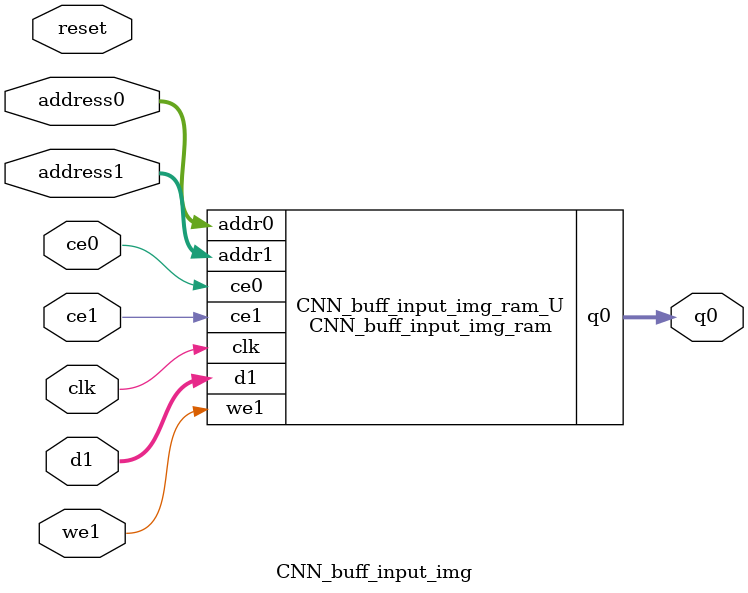
<source format=v>
`timescale 1 ns / 1 ps
module CNN_buff_input_img_ram (addr0, ce0, q0, addr1, ce1, d1, we1,  clk);

parameter DWIDTH = 8;
parameter AWIDTH = 14;
parameter MEM_SIZE = 10000;

input[AWIDTH-1:0] addr0;
input ce0;
output reg[DWIDTH-1:0] q0;
input[AWIDTH-1:0] addr1;
input ce1;
input[DWIDTH-1:0] d1;
input we1;
input clk;

(* ram_style = "block" *)reg [DWIDTH-1:0] ram[0:MEM_SIZE-1];




always @(posedge clk)  
begin 
    if (ce0) 
    begin
        q0 <= ram[addr0];
    end
end


always @(posedge clk)  
begin 
    if (ce1) 
    begin
        if (we1) 
        begin 
            ram[addr1] <= d1; 
        end 
    end
end


endmodule

`timescale 1 ns / 1 ps
module CNN_buff_input_img(
    reset,
    clk,
    address0,
    ce0,
    q0,
    address1,
    ce1,
    we1,
    d1);

parameter DataWidth = 32'd8;
parameter AddressRange = 32'd10000;
parameter AddressWidth = 32'd14;
input reset;
input clk;
input[AddressWidth - 1:0] address0;
input ce0;
output[DataWidth - 1:0] q0;
input[AddressWidth - 1:0] address1;
input ce1;
input we1;
input[DataWidth - 1:0] d1;



CNN_buff_input_img_ram CNN_buff_input_img_ram_U(
    .clk( clk ),
    .addr0( address0 ),
    .ce0( ce0 ),
    .q0( q0 ),
    .addr1( address1 ),
    .ce1( ce1 ),
    .we1( we1 ),
    .d1( d1 ));

endmodule


</source>
